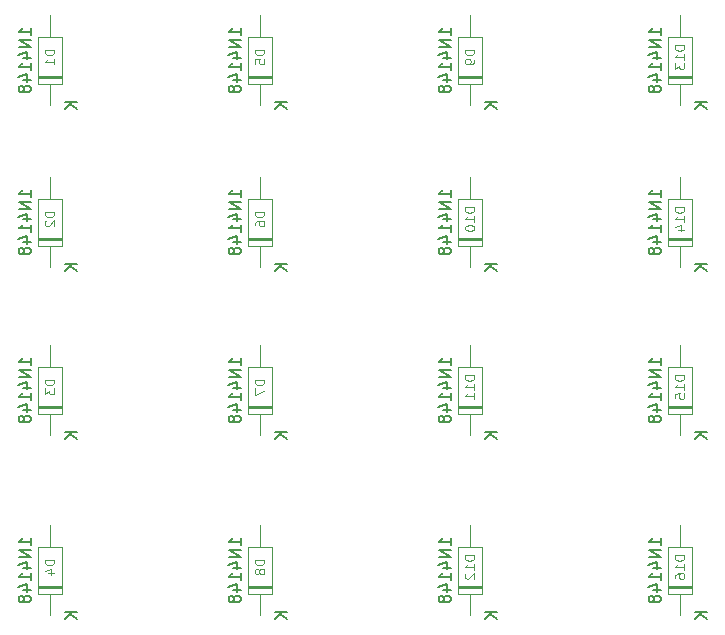
<source format=gbr>
%TF.GenerationSoftware,KiCad,Pcbnew,(6.0.1)*%
%TF.CreationDate,2022-01-27T23:18:00+02:00*%
%TF.ProjectId,Keypadv1,4b657970-6164-4763-912e-6b696361645f,rev?*%
%TF.SameCoordinates,Original*%
%TF.FileFunction,AssemblyDrawing,Bot*%
%FSLAX46Y46*%
G04 Gerber Fmt 4.6, Leading zero omitted, Abs format (unit mm)*
G04 Created by KiCad (PCBNEW (6.0.1)) date 2022-01-27 23:18:00*
%MOMM*%
%LPD*%
G01*
G04 APERTURE LIST*
%ADD10C,0.150000*%
%ADD11C,0.120000*%
%ADD12C,0.100000*%
G04 APERTURE END LIST*
D10*
%TO.C,D6*%
X84692380Y-74057142D02*
X84692380Y-73485714D01*
X84692380Y-73771428D02*
X83692380Y-73771428D01*
X83835238Y-73676190D01*
X83930476Y-73580952D01*
X83978095Y-73485714D01*
X84692380Y-74485714D02*
X83692380Y-74485714D01*
X84692380Y-75057142D01*
X83692380Y-75057142D01*
X84025714Y-75961904D02*
X84692380Y-75961904D01*
X83644761Y-75723809D02*
X84359047Y-75485714D01*
X84359047Y-76104761D01*
X84692380Y-77009523D02*
X84692380Y-76438095D01*
X84692380Y-76723809D02*
X83692380Y-76723809D01*
X83835238Y-76628571D01*
X83930476Y-76533333D01*
X83978095Y-76438095D01*
X84025714Y-77866666D02*
X84692380Y-77866666D01*
X83644761Y-77628571D02*
X84359047Y-77390476D01*
X84359047Y-78009523D01*
X84120952Y-78533333D02*
X84073333Y-78438095D01*
X84025714Y-78390476D01*
X83930476Y-78342857D01*
X83882857Y-78342857D01*
X83787619Y-78390476D01*
X83740000Y-78438095D01*
X83692380Y-78533333D01*
X83692380Y-78723809D01*
X83740000Y-78819047D01*
X83787619Y-78866666D01*
X83882857Y-78914285D01*
X83930476Y-78914285D01*
X84025714Y-78866666D01*
X84073333Y-78819047D01*
X84120952Y-78723809D01*
X84120952Y-78533333D01*
X84168571Y-78438095D01*
X84216190Y-78390476D01*
X84311428Y-78342857D01*
X84501904Y-78342857D01*
X84597142Y-78390476D01*
X84644761Y-78438095D01*
X84692380Y-78533333D01*
X84692380Y-78723809D01*
X84644761Y-78819047D01*
X84597142Y-78866666D01*
X84501904Y-78914285D01*
X84311428Y-78914285D01*
X84216190Y-78866666D01*
X84168571Y-78819047D01*
X84120952Y-78723809D01*
X88612380Y-79748095D02*
X87612380Y-79748095D01*
X88612380Y-80319523D02*
X88040952Y-79890952D01*
X87612380Y-80319523D02*
X88183809Y-79748095D01*
D11*
X86721904Y-75309523D02*
X85921904Y-75309523D01*
X85921904Y-75500000D01*
X85960000Y-75614285D01*
X86036190Y-75690476D01*
X86112380Y-75728571D01*
X86264761Y-75766666D01*
X86379047Y-75766666D01*
X86531428Y-75728571D01*
X86607619Y-75690476D01*
X86683809Y-75614285D01*
X86721904Y-75500000D01*
X86721904Y-75309523D01*
X85921904Y-76452380D02*
X85921904Y-76300000D01*
X85960000Y-76223809D01*
X85998095Y-76185714D01*
X86112380Y-76109523D01*
X86264761Y-76071428D01*
X86569523Y-76071428D01*
X86645714Y-76109523D01*
X86683809Y-76147619D01*
X86721904Y-76223809D01*
X86721904Y-76376190D01*
X86683809Y-76452380D01*
X86645714Y-76490476D01*
X86569523Y-76528571D01*
X86379047Y-76528571D01*
X86302857Y-76490476D01*
X86264761Y-76452380D01*
X86226666Y-76376190D01*
X86226666Y-76223809D01*
X86264761Y-76147619D01*
X86302857Y-76109523D01*
X86379047Y-76071428D01*
D10*
%TO.C,D12*%
X102472380Y-103527142D02*
X102472380Y-102955714D01*
X102472380Y-103241428D02*
X101472380Y-103241428D01*
X101615238Y-103146190D01*
X101710476Y-103050952D01*
X101758095Y-102955714D01*
X102472380Y-103955714D02*
X101472380Y-103955714D01*
X102472380Y-104527142D01*
X101472380Y-104527142D01*
X101805714Y-105431904D02*
X102472380Y-105431904D01*
X101424761Y-105193809D02*
X102139047Y-104955714D01*
X102139047Y-105574761D01*
X102472380Y-106479523D02*
X102472380Y-105908095D01*
X102472380Y-106193809D02*
X101472380Y-106193809D01*
X101615238Y-106098571D01*
X101710476Y-106003333D01*
X101758095Y-105908095D01*
X101805714Y-107336666D02*
X102472380Y-107336666D01*
X101424761Y-107098571D02*
X102139047Y-106860476D01*
X102139047Y-107479523D01*
X101900952Y-108003333D02*
X101853333Y-107908095D01*
X101805714Y-107860476D01*
X101710476Y-107812857D01*
X101662857Y-107812857D01*
X101567619Y-107860476D01*
X101520000Y-107908095D01*
X101472380Y-108003333D01*
X101472380Y-108193809D01*
X101520000Y-108289047D01*
X101567619Y-108336666D01*
X101662857Y-108384285D01*
X101710476Y-108384285D01*
X101805714Y-108336666D01*
X101853333Y-108289047D01*
X101900952Y-108193809D01*
X101900952Y-108003333D01*
X101948571Y-107908095D01*
X101996190Y-107860476D01*
X102091428Y-107812857D01*
X102281904Y-107812857D01*
X102377142Y-107860476D01*
X102424761Y-107908095D01*
X102472380Y-108003333D01*
X102472380Y-108193809D01*
X102424761Y-108289047D01*
X102377142Y-108336666D01*
X102281904Y-108384285D01*
X102091428Y-108384285D01*
X101996190Y-108336666D01*
X101948571Y-108289047D01*
X101900952Y-108193809D01*
X106392380Y-109218095D02*
X105392380Y-109218095D01*
X106392380Y-109789523D02*
X105820952Y-109360952D01*
X105392380Y-109789523D02*
X105963809Y-109218095D01*
D11*
X104501904Y-104398571D02*
X103701904Y-104398571D01*
X103701904Y-104589047D01*
X103740000Y-104703333D01*
X103816190Y-104779523D01*
X103892380Y-104817619D01*
X104044761Y-104855714D01*
X104159047Y-104855714D01*
X104311428Y-104817619D01*
X104387619Y-104779523D01*
X104463809Y-104703333D01*
X104501904Y-104589047D01*
X104501904Y-104398571D01*
X104501904Y-105617619D02*
X104501904Y-105160476D01*
X104501904Y-105389047D02*
X103701904Y-105389047D01*
X103816190Y-105312857D01*
X103892380Y-105236666D01*
X103930476Y-105160476D01*
X103778095Y-105922380D02*
X103740000Y-105960476D01*
X103701904Y-106036666D01*
X103701904Y-106227142D01*
X103740000Y-106303333D01*
X103778095Y-106341428D01*
X103854285Y-106379523D01*
X103930476Y-106379523D01*
X104044761Y-106341428D01*
X104501904Y-105884285D01*
X104501904Y-106379523D01*
D10*
%TO.C,D8*%
X84692380Y-103527142D02*
X84692380Y-102955714D01*
X84692380Y-103241428D02*
X83692380Y-103241428D01*
X83835238Y-103146190D01*
X83930476Y-103050952D01*
X83978095Y-102955714D01*
X84692380Y-103955714D02*
X83692380Y-103955714D01*
X84692380Y-104527142D01*
X83692380Y-104527142D01*
X84025714Y-105431904D02*
X84692380Y-105431904D01*
X83644761Y-105193809D02*
X84359047Y-104955714D01*
X84359047Y-105574761D01*
X84692380Y-106479523D02*
X84692380Y-105908095D01*
X84692380Y-106193809D02*
X83692380Y-106193809D01*
X83835238Y-106098571D01*
X83930476Y-106003333D01*
X83978095Y-105908095D01*
X84025714Y-107336666D02*
X84692380Y-107336666D01*
X83644761Y-107098571D02*
X84359047Y-106860476D01*
X84359047Y-107479523D01*
X84120952Y-108003333D02*
X84073333Y-107908095D01*
X84025714Y-107860476D01*
X83930476Y-107812857D01*
X83882857Y-107812857D01*
X83787619Y-107860476D01*
X83740000Y-107908095D01*
X83692380Y-108003333D01*
X83692380Y-108193809D01*
X83740000Y-108289047D01*
X83787619Y-108336666D01*
X83882857Y-108384285D01*
X83930476Y-108384285D01*
X84025714Y-108336666D01*
X84073333Y-108289047D01*
X84120952Y-108193809D01*
X84120952Y-108003333D01*
X84168571Y-107908095D01*
X84216190Y-107860476D01*
X84311428Y-107812857D01*
X84501904Y-107812857D01*
X84597142Y-107860476D01*
X84644761Y-107908095D01*
X84692380Y-108003333D01*
X84692380Y-108193809D01*
X84644761Y-108289047D01*
X84597142Y-108336666D01*
X84501904Y-108384285D01*
X84311428Y-108384285D01*
X84216190Y-108336666D01*
X84168571Y-108289047D01*
X84120952Y-108193809D01*
D11*
X86721904Y-104779523D02*
X85921904Y-104779523D01*
X85921904Y-104970000D01*
X85960000Y-105084285D01*
X86036190Y-105160476D01*
X86112380Y-105198571D01*
X86264761Y-105236666D01*
X86379047Y-105236666D01*
X86531428Y-105198571D01*
X86607619Y-105160476D01*
X86683809Y-105084285D01*
X86721904Y-104970000D01*
X86721904Y-104779523D01*
X86264761Y-105693809D02*
X86226666Y-105617619D01*
X86188571Y-105579523D01*
X86112380Y-105541428D01*
X86074285Y-105541428D01*
X85998095Y-105579523D01*
X85960000Y-105617619D01*
X85921904Y-105693809D01*
X85921904Y-105846190D01*
X85960000Y-105922380D01*
X85998095Y-105960476D01*
X86074285Y-105998571D01*
X86112380Y-105998571D01*
X86188571Y-105960476D01*
X86226666Y-105922380D01*
X86264761Y-105846190D01*
X86264761Y-105693809D01*
X86302857Y-105617619D01*
X86340952Y-105579523D01*
X86417142Y-105541428D01*
X86569523Y-105541428D01*
X86645714Y-105579523D01*
X86683809Y-105617619D01*
X86721904Y-105693809D01*
X86721904Y-105846190D01*
X86683809Y-105922380D01*
X86645714Y-105960476D01*
X86569523Y-105998571D01*
X86417142Y-105998571D01*
X86340952Y-105960476D01*
X86302857Y-105922380D01*
X86264761Y-105846190D01*
D10*
X88612380Y-109218095D02*
X87612380Y-109218095D01*
X88612380Y-109789523D02*
X88040952Y-109360952D01*
X87612380Y-109789523D02*
X88183809Y-109218095D01*
%TO.C,D1*%
X66912380Y-60347142D02*
X66912380Y-59775714D01*
X66912380Y-60061428D02*
X65912380Y-60061428D01*
X66055238Y-59966190D01*
X66150476Y-59870952D01*
X66198095Y-59775714D01*
X66912380Y-60775714D02*
X65912380Y-60775714D01*
X66912380Y-61347142D01*
X65912380Y-61347142D01*
X66245714Y-62251904D02*
X66912380Y-62251904D01*
X65864761Y-62013809D02*
X66579047Y-61775714D01*
X66579047Y-62394761D01*
X66912380Y-63299523D02*
X66912380Y-62728095D01*
X66912380Y-63013809D02*
X65912380Y-63013809D01*
X66055238Y-62918571D01*
X66150476Y-62823333D01*
X66198095Y-62728095D01*
X66245714Y-64156666D02*
X66912380Y-64156666D01*
X65864761Y-63918571D02*
X66579047Y-63680476D01*
X66579047Y-64299523D01*
X66340952Y-64823333D02*
X66293333Y-64728095D01*
X66245714Y-64680476D01*
X66150476Y-64632857D01*
X66102857Y-64632857D01*
X66007619Y-64680476D01*
X65960000Y-64728095D01*
X65912380Y-64823333D01*
X65912380Y-65013809D01*
X65960000Y-65109047D01*
X66007619Y-65156666D01*
X66102857Y-65204285D01*
X66150476Y-65204285D01*
X66245714Y-65156666D01*
X66293333Y-65109047D01*
X66340952Y-65013809D01*
X66340952Y-64823333D01*
X66388571Y-64728095D01*
X66436190Y-64680476D01*
X66531428Y-64632857D01*
X66721904Y-64632857D01*
X66817142Y-64680476D01*
X66864761Y-64728095D01*
X66912380Y-64823333D01*
X66912380Y-65013809D01*
X66864761Y-65109047D01*
X66817142Y-65156666D01*
X66721904Y-65204285D01*
X66531428Y-65204285D01*
X66436190Y-65156666D01*
X66388571Y-65109047D01*
X66340952Y-65013809D01*
X70832380Y-66038095D02*
X69832380Y-66038095D01*
X70832380Y-66609523D02*
X70260952Y-66180952D01*
X69832380Y-66609523D02*
X70403809Y-66038095D01*
D11*
X68941904Y-61599523D02*
X68141904Y-61599523D01*
X68141904Y-61790000D01*
X68180000Y-61904285D01*
X68256190Y-61980476D01*
X68332380Y-62018571D01*
X68484761Y-62056666D01*
X68599047Y-62056666D01*
X68751428Y-62018571D01*
X68827619Y-61980476D01*
X68903809Y-61904285D01*
X68941904Y-61790000D01*
X68941904Y-61599523D01*
X68941904Y-62818571D02*
X68941904Y-62361428D01*
X68941904Y-62590000D02*
X68141904Y-62590000D01*
X68256190Y-62513809D01*
X68332380Y-62437619D01*
X68370476Y-62361428D01*
D10*
%TO.C,D11*%
X102472380Y-88287142D02*
X102472380Y-87715714D01*
X102472380Y-88001428D02*
X101472380Y-88001428D01*
X101615238Y-87906190D01*
X101710476Y-87810952D01*
X101758095Y-87715714D01*
X102472380Y-88715714D02*
X101472380Y-88715714D01*
X102472380Y-89287142D01*
X101472380Y-89287142D01*
X101805714Y-90191904D02*
X102472380Y-90191904D01*
X101424761Y-89953809D02*
X102139047Y-89715714D01*
X102139047Y-90334761D01*
X102472380Y-91239523D02*
X102472380Y-90668095D01*
X102472380Y-90953809D02*
X101472380Y-90953809D01*
X101615238Y-90858571D01*
X101710476Y-90763333D01*
X101758095Y-90668095D01*
X101805714Y-92096666D02*
X102472380Y-92096666D01*
X101424761Y-91858571D02*
X102139047Y-91620476D01*
X102139047Y-92239523D01*
X101900952Y-92763333D02*
X101853333Y-92668095D01*
X101805714Y-92620476D01*
X101710476Y-92572857D01*
X101662857Y-92572857D01*
X101567619Y-92620476D01*
X101520000Y-92668095D01*
X101472380Y-92763333D01*
X101472380Y-92953809D01*
X101520000Y-93049047D01*
X101567619Y-93096666D01*
X101662857Y-93144285D01*
X101710476Y-93144285D01*
X101805714Y-93096666D01*
X101853333Y-93049047D01*
X101900952Y-92953809D01*
X101900952Y-92763333D01*
X101948571Y-92668095D01*
X101996190Y-92620476D01*
X102091428Y-92572857D01*
X102281904Y-92572857D01*
X102377142Y-92620476D01*
X102424761Y-92668095D01*
X102472380Y-92763333D01*
X102472380Y-92953809D01*
X102424761Y-93049047D01*
X102377142Y-93096666D01*
X102281904Y-93144285D01*
X102091428Y-93144285D01*
X101996190Y-93096666D01*
X101948571Y-93049047D01*
X101900952Y-92953809D01*
D11*
X104501904Y-89158571D02*
X103701904Y-89158571D01*
X103701904Y-89349047D01*
X103740000Y-89463333D01*
X103816190Y-89539523D01*
X103892380Y-89577619D01*
X104044761Y-89615714D01*
X104159047Y-89615714D01*
X104311428Y-89577619D01*
X104387619Y-89539523D01*
X104463809Y-89463333D01*
X104501904Y-89349047D01*
X104501904Y-89158571D01*
X104501904Y-90377619D02*
X104501904Y-89920476D01*
X104501904Y-90149047D02*
X103701904Y-90149047D01*
X103816190Y-90072857D01*
X103892380Y-89996666D01*
X103930476Y-89920476D01*
X104501904Y-91139523D02*
X104501904Y-90682380D01*
X104501904Y-90910952D02*
X103701904Y-90910952D01*
X103816190Y-90834761D01*
X103892380Y-90758571D01*
X103930476Y-90682380D01*
D10*
X106392380Y-93978095D02*
X105392380Y-93978095D01*
X106392380Y-94549523D02*
X105820952Y-94120952D01*
X105392380Y-94549523D02*
X105963809Y-93978095D01*
%TO.C,D5*%
X84692380Y-60347142D02*
X84692380Y-59775714D01*
X84692380Y-60061428D02*
X83692380Y-60061428D01*
X83835238Y-59966190D01*
X83930476Y-59870952D01*
X83978095Y-59775714D01*
X84692380Y-60775714D02*
X83692380Y-60775714D01*
X84692380Y-61347142D01*
X83692380Y-61347142D01*
X84025714Y-62251904D02*
X84692380Y-62251904D01*
X83644761Y-62013809D02*
X84359047Y-61775714D01*
X84359047Y-62394761D01*
X84692380Y-63299523D02*
X84692380Y-62728095D01*
X84692380Y-63013809D02*
X83692380Y-63013809D01*
X83835238Y-62918571D01*
X83930476Y-62823333D01*
X83978095Y-62728095D01*
X84025714Y-64156666D02*
X84692380Y-64156666D01*
X83644761Y-63918571D02*
X84359047Y-63680476D01*
X84359047Y-64299523D01*
X84120952Y-64823333D02*
X84073333Y-64728095D01*
X84025714Y-64680476D01*
X83930476Y-64632857D01*
X83882857Y-64632857D01*
X83787619Y-64680476D01*
X83740000Y-64728095D01*
X83692380Y-64823333D01*
X83692380Y-65013809D01*
X83740000Y-65109047D01*
X83787619Y-65156666D01*
X83882857Y-65204285D01*
X83930476Y-65204285D01*
X84025714Y-65156666D01*
X84073333Y-65109047D01*
X84120952Y-65013809D01*
X84120952Y-64823333D01*
X84168571Y-64728095D01*
X84216190Y-64680476D01*
X84311428Y-64632857D01*
X84501904Y-64632857D01*
X84597142Y-64680476D01*
X84644761Y-64728095D01*
X84692380Y-64823333D01*
X84692380Y-65013809D01*
X84644761Y-65109047D01*
X84597142Y-65156666D01*
X84501904Y-65204285D01*
X84311428Y-65204285D01*
X84216190Y-65156666D01*
X84168571Y-65109047D01*
X84120952Y-65013809D01*
D11*
X86721904Y-61599523D02*
X85921904Y-61599523D01*
X85921904Y-61790000D01*
X85960000Y-61904285D01*
X86036190Y-61980476D01*
X86112380Y-62018571D01*
X86264761Y-62056666D01*
X86379047Y-62056666D01*
X86531428Y-62018571D01*
X86607619Y-61980476D01*
X86683809Y-61904285D01*
X86721904Y-61790000D01*
X86721904Y-61599523D01*
X85921904Y-62780476D02*
X85921904Y-62399523D01*
X86302857Y-62361428D01*
X86264761Y-62399523D01*
X86226666Y-62475714D01*
X86226666Y-62666190D01*
X86264761Y-62742380D01*
X86302857Y-62780476D01*
X86379047Y-62818571D01*
X86569523Y-62818571D01*
X86645714Y-62780476D01*
X86683809Y-62742380D01*
X86721904Y-62666190D01*
X86721904Y-62475714D01*
X86683809Y-62399523D01*
X86645714Y-62361428D01*
D10*
X88612380Y-66038095D02*
X87612380Y-66038095D01*
X88612380Y-66609523D02*
X88040952Y-66180952D01*
X87612380Y-66609523D02*
X88183809Y-66038095D01*
%TO.C,D14*%
X120252380Y-74057142D02*
X120252380Y-73485714D01*
X120252380Y-73771428D02*
X119252380Y-73771428D01*
X119395238Y-73676190D01*
X119490476Y-73580952D01*
X119538095Y-73485714D01*
X120252380Y-74485714D02*
X119252380Y-74485714D01*
X120252380Y-75057142D01*
X119252380Y-75057142D01*
X119585714Y-75961904D02*
X120252380Y-75961904D01*
X119204761Y-75723809D02*
X119919047Y-75485714D01*
X119919047Y-76104761D01*
X120252380Y-77009523D02*
X120252380Y-76438095D01*
X120252380Y-76723809D02*
X119252380Y-76723809D01*
X119395238Y-76628571D01*
X119490476Y-76533333D01*
X119538095Y-76438095D01*
X119585714Y-77866666D02*
X120252380Y-77866666D01*
X119204761Y-77628571D02*
X119919047Y-77390476D01*
X119919047Y-78009523D01*
X119680952Y-78533333D02*
X119633333Y-78438095D01*
X119585714Y-78390476D01*
X119490476Y-78342857D01*
X119442857Y-78342857D01*
X119347619Y-78390476D01*
X119300000Y-78438095D01*
X119252380Y-78533333D01*
X119252380Y-78723809D01*
X119300000Y-78819047D01*
X119347619Y-78866666D01*
X119442857Y-78914285D01*
X119490476Y-78914285D01*
X119585714Y-78866666D01*
X119633333Y-78819047D01*
X119680952Y-78723809D01*
X119680952Y-78533333D01*
X119728571Y-78438095D01*
X119776190Y-78390476D01*
X119871428Y-78342857D01*
X120061904Y-78342857D01*
X120157142Y-78390476D01*
X120204761Y-78438095D01*
X120252380Y-78533333D01*
X120252380Y-78723809D01*
X120204761Y-78819047D01*
X120157142Y-78866666D01*
X120061904Y-78914285D01*
X119871428Y-78914285D01*
X119776190Y-78866666D01*
X119728571Y-78819047D01*
X119680952Y-78723809D01*
X124172380Y-79748095D02*
X123172380Y-79748095D01*
X124172380Y-80319523D02*
X123600952Y-79890952D01*
X123172380Y-80319523D02*
X123743809Y-79748095D01*
D11*
X122281904Y-74928571D02*
X121481904Y-74928571D01*
X121481904Y-75119047D01*
X121520000Y-75233333D01*
X121596190Y-75309523D01*
X121672380Y-75347619D01*
X121824761Y-75385714D01*
X121939047Y-75385714D01*
X122091428Y-75347619D01*
X122167619Y-75309523D01*
X122243809Y-75233333D01*
X122281904Y-75119047D01*
X122281904Y-74928571D01*
X122281904Y-76147619D02*
X122281904Y-75690476D01*
X122281904Y-75919047D02*
X121481904Y-75919047D01*
X121596190Y-75842857D01*
X121672380Y-75766666D01*
X121710476Y-75690476D01*
X121748571Y-76833333D02*
X122281904Y-76833333D01*
X121443809Y-76642857D02*
X122015238Y-76452380D01*
X122015238Y-76947619D01*
D10*
%TO.C,D2*%
X66912380Y-74057142D02*
X66912380Y-73485714D01*
X66912380Y-73771428D02*
X65912380Y-73771428D01*
X66055238Y-73676190D01*
X66150476Y-73580952D01*
X66198095Y-73485714D01*
X66912380Y-74485714D02*
X65912380Y-74485714D01*
X66912380Y-75057142D01*
X65912380Y-75057142D01*
X66245714Y-75961904D02*
X66912380Y-75961904D01*
X65864761Y-75723809D02*
X66579047Y-75485714D01*
X66579047Y-76104761D01*
X66912380Y-77009523D02*
X66912380Y-76438095D01*
X66912380Y-76723809D02*
X65912380Y-76723809D01*
X66055238Y-76628571D01*
X66150476Y-76533333D01*
X66198095Y-76438095D01*
X66245714Y-77866666D02*
X66912380Y-77866666D01*
X65864761Y-77628571D02*
X66579047Y-77390476D01*
X66579047Y-78009523D01*
X66340952Y-78533333D02*
X66293333Y-78438095D01*
X66245714Y-78390476D01*
X66150476Y-78342857D01*
X66102857Y-78342857D01*
X66007619Y-78390476D01*
X65960000Y-78438095D01*
X65912380Y-78533333D01*
X65912380Y-78723809D01*
X65960000Y-78819047D01*
X66007619Y-78866666D01*
X66102857Y-78914285D01*
X66150476Y-78914285D01*
X66245714Y-78866666D01*
X66293333Y-78819047D01*
X66340952Y-78723809D01*
X66340952Y-78533333D01*
X66388571Y-78438095D01*
X66436190Y-78390476D01*
X66531428Y-78342857D01*
X66721904Y-78342857D01*
X66817142Y-78390476D01*
X66864761Y-78438095D01*
X66912380Y-78533333D01*
X66912380Y-78723809D01*
X66864761Y-78819047D01*
X66817142Y-78866666D01*
X66721904Y-78914285D01*
X66531428Y-78914285D01*
X66436190Y-78866666D01*
X66388571Y-78819047D01*
X66340952Y-78723809D01*
X70832380Y-79748095D02*
X69832380Y-79748095D01*
X70832380Y-80319523D02*
X70260952Y-79890952D01*
X69832380Y-80319523D02*
X70403809Y-79748095D01*
D11*
X68941904Y-75309523D02*
X68141904Y-75309523D01*
X68141904Y-75500000D01*
X68180000Y-75614285D01*
X68256190Y-75690476D01*
X68332380Y-75728571D01*
X68484761Y-75766666D01*
X68599047Y-75766666D01*
X68751428Y-75728571D01*
X68827619Y-75690476D01*
X68903809Y-75614285D01*
X68941904Y-75500000D01*
X68941904Y-75309523D01*
X68218095Y-76071428D02*
X68180000Y-76109523D01*
X68141904Y-76185714D01*
X68141904Y-76376190D01*
X68180000Y-76452380D01*
X68218095Y-76490476D01*
X68294285Y-76528571D01*
X68370476Y-76528571D01*
X68484761Y-76490476D01*
X68941904Y-76033333D01*
X68941904Y-76528571D01*
D10*
%TO.C,D9*%
X102472380Y-60347142D02*
X102472380Y-59775714D01*
X102472380Y-60061428D02*
X101472380Y-60061428D01*
X101615238Y-59966190D01*
X101710476Y-59870952D01*
X101758095Y-59775714D01*
X102472380Y-60775714D02*
X101472380Y-60775714D01*
X102472380Y-61347142D01*
X101472380Y-61347142D01*
X101805714Y-62251904D02*
X102472380Y-62251904D01*
X101424761Y-62013809D02*
X102139047Y-61775714D01*
X102139047Y-62394761D01*
X102472380Y-63299523D02*
X102472380Y-62728095D01*
X102472380Y-63013809D02*
X101472380Y-63013809D01*
X101615238Y-62918571D01*
X101710476Y-62823333D01*
X101758095Y-62728095D01*
X101805714Y-64156666D02*
X102472380Y-64156666D01*
X101424761Y-63918571D02*
X102139047Y-63680476D01*
X102139047Y-64299523D01*
X101900952Y-64823333D02*
X101853333Y-64728095D01*
X101805714Y-64680476D01*
X101710476Y-64632857D01*
X101662857Y-64632857D01*
X101567619Y-64680476D01*
X101520000Y-64728095D01*
X101472380Y-64823333D01*
X101472380Y-65013809D01*
X101520000Y-65109047D01*
X101567619Y-65156666D01*
X101662857Y-65204285D01*
X101710476Y-65204285D01*
X101805714Y-65156666D01*
X101853333Y-65109047D01*
X101900952Y-65013809D01*
X101900952Y-64823333D01*
X101948571Y-64728095D01*
X101996190Y-64680476D01*
X102091428Y-64632857D01*
X102281904Y-64632857D01*
X102377142Y-64680476D01*
X102424761Y-64728095D01*
X102472380Y-64823333D01*
X102472380Y-65013809D01*
X102424761Y-65109047D01*
X102377142Y-65156666D01*
X102281904Y-65204285D01*
X102091428Y-65204285D01*
X101996190Y-65156666D01*
X101948571Y-65109047D01*
X101900952Y-65013809D01*
X106392380Y-66038095D02*
X105392380Y-66038095D01*
X106392380Y-66609523D02*
X105820952Y-66180952D01*
X105392380Y-66609523D02*
X105963809Y-66038095D01*
D11*
X104501904Y-61599523D02*
X103701904Y-61599523D01*
X103701904Y-61790000D01*
X103740000Y-61904285D01*
X103816190Y-61980476D01*
X103892380Y-62018571D01*
X104044761Y-62056666D01*
X104159047Y-62056666D01*
X104311428Y-62018571D01*
X104387619Y-61980476D01*
X104463809Y-61904285D01*
X104501904Y-61790000D01*
X104501904Y-61599523D01*
X104501904Y-62437619D02*
X104501904Y-62590000D01*
X104463809Y-62666190D01*
X104425714Y-62704285D01*
X104311428Y-62780476D01*
X104159047Y-62818571D01*
X103854285Y-62818571D01*
X103778095Y-62780476D01*
X103740000Y-62742380D01*
X103701904Y-62666190D01*
X103701904Y-62513809D01*
X103740000Y-62437619D01*
X103778095Y-62399523D01*
X103854285Y-62361428D01*
X104044761Y-62361428D01*
X104120952Y-62399523D01*
X104159047Y-62437619D01*
X104197142Y-62513809D01*
X104197142Y-62666190D01*
X104159047Y-62742380D01*
X104120952Y-62780476D01*
X104044761Y-62818571D01*
D10*
%TO.C,D15*%
X120252380Y-88287142D02*
X120252380Y-87715714D01*
X120252380Y-88001428D02*
X119252380Y-88001428D01*
X119395238Y-87906190D01*
X119490476Y-87810952D01*
X119538095Y-87715714D01*
X120252380Y-88715714D02*
X119252380Y-88715714D01*
X120252380Y-89287142D01*
X119252380Y-89287142D01*
X119585714Y-90191904D02*
X120252380Y-90191904D01*
X119204761Y-89953809D02*
X119919047Y-89715714D01*
X119919047Y-90334761D01*
X120252380Y-91239523D02*
X120252380Y-90668095D01*
X120252380Y-90953809D02*
X119252380Y-90953809D01*
X119395238Y-90858571D01*
X119490476Y-90763333D01*
X119538095Y-90668095D01*
X119585714Y-92096666D02*
X120252380Y-92096666D01*
X119204761Y-91858571D02*
X119919047Y-91620476D01*
X119919047Y-92239523D01*
X119680952Y-92763333D02*
X119633333Y-92668095D01*
X119585714Y-92620476D01*
X119490476Y-92572857D01*
X119442857Y-92572857D01*
X119347619Y-92620476D01*
X119300000Y-92668095D01*
X119252380Y-92763333D01*
X119252380Y-92953809D01*
X119300000Y-93049047D01*
X119347619Y-93096666D01*
X119442857Y-93144285D01*
X119490476Y-93144285D01*
X119585714Y-93096666D01*
X119633333Y-93049047D01*
X119680952Y-92953809D01*
X119680952Y-92763333D01*
X119728571Y-92668095D01*
X119776190Y-92620476D01*
X119871428Y-92572857D01*
X120061904Y-92572857D01*
X120157142Y-92620476D01*
X120204761Y-92668095D01*
X120252380Y-92763333D01*
X120252380Y-92953809D01*
X120204761Y-93049047D01*
X120157142Y-93096666D01*
X120061904Y-93144285D01*
X119871428Y-93144285D01*
X119776190Y-93096666D01*
X119728571Y-93049047D01*
X119680952Y-92953809D01*
D11*
X122281904Y-89158571D02*
X121481904Y-89158571D01*
X121481904Y-89349047D01*
X121520000Y-89463333D01*
X121596190Y-89539523D01*
X121672380Y-89577619D01*
X121824761Y-89615714D01*
X121939047Y-89615714D01*
X122091428Y-89577619D01*
X122167619Y-89539523D01*
X122243809Y-89463333D01*
X122281904Y-89349047D01*
X122281904Y-89158571D01*
X122281904Y-90377619D02*
X122281904Y-89920476D01*
X122281904Y-90149047D02*
X121481904Y-90149047D01*
X121596190Y-90072857D01*
X121672380Y-89996666D01*
X121710476Y-89920476D01*
X121481904Y-91101428D02*
X121481904Y-90720476D01*
X121862857Y-90682380D01*
X121824761Y-90720476D01*
X121786666Y-90796666D01*
X121786666Y-90987142D01*
X121824761Y-91063333D01*
X121862857Y-91101428D01*
X121939047Y-91139523D01*
X122129523Y-91139523D01*
X122205714Y-91101428D01*
X122243809Y-91063333D01*
X122281904Y-90987142D01*
X122281904Y-90796666D01*
X122243809Y-90720476D01*
X122205714Y-90682380D01*
D10*
X124172380Y-93978095D02*
X123172380Y-93978095D01*
X124172380Y-94549523D02*
X123600952Y-94120952D01*
X123172380Y-94549523D02*
X123743809Y-93978095D01*
%TO.C,D4*%
X66912380Y-103527142D02*
X66912380Y-102955714D01*
X66912380Y-103241428D02*
X65912380Y-103241428D01*
X66055238Y-103146190D01*
X66150476Y-103050952D01*
X66198095Y-102955714D01*
X66912380Y-103955714D02*
X65912380Y-103955714D01*
X66912380Y-104527142D01*
X65912380Y-104527142D01*
X66245714Y-105431904D02*
X66912380Y-105431904D01*
X65864761Y-105193809D02*
X66579047Y-104955714D01*
X66579047Y-105574761D01*
X66912380Y-106479523D02*
X66912380Y-105908095D01*
X66912380Y-106193809D02*
X65912380Y-106193809D01*
X66055238Y-106098571D01*
X66150476Y-106003333D01*
X66198095Y-105908095D01*
X66245714Y-107336666D02*
X66912380Y-107336666D01*
X65864761Y-107098571D02*
X66579047Y-106860476D01*
X66579047Y-107479523D01*
X66340952Y-108003333D02*
X66293333Y-107908095D01*
X66245714Y-107860476D01*
X66150476Y-107812857D01*
X66102857Y-107812857D01*
X66007619Y-107860476D01*
X65960000Y-107908095D01*
X65912380Y-108003333D01*
X65912380Y-108193809D01*
X65960000Y-108289047D01*
X66007619Y-108336666D01*
X66102857Y-108384285D01*
X66150476Y-108384285D01*
X66245714Y-108336666D01*
X66293333Y-108289047D01*
X66340952Y-108193809D01*
X66340952Y-108003333D01*
X66388571Y-107908095D01*
X66436190Y-107860476D01*
X66531428Y-107812857D01*
X66721904Y-107812857D01*
X66817142Y-107860476D01*
X66864761Y-107908095D01*
X66912380Y-108003333D01*
X66912380Y-108193809D01*
X66864761Y-108289047D01*
X66817142Y-108336666D01*
X66721904Y-108384285D01*
X66531428Y-108384285D01*
X66436190Y-108336666D01*
X66388571Y-108289047D01*
X66340952Y-108193809D01*
X70832380Y-109218095D02*
X69832380Y-109218095D01*
X70832380Y-109789523D02*
X70260952Y-109360952D01*
X69832380Y-109789523D02*
X70403809Y-109218095D01*
D11*
X68941904Y-104779523D02*
X68141904Y-104779523D01*
X68141904Y-104970000D01*
X68180000Y-105084285D01*
X68256190Y-105160476D01*
X68332380Y-105198571D01*
X68484761Y-105236666D01*
X68599047Y-105236666D01*
X68751428Y-105198571D01*
X68827619Y-105160476D01*
X68903809Y-105084285D01*
X68941904Y-104970000D01*
X68941904Y-104779523D01*
X68408571Y-105922380D02*
X68941904Y-105922380D01*
X68103809Y-105731904D02*
X68675238Y-105541428D01*
X68675238Y-106036666D01*
D10*
%TO.C,D10*%
X102472380Y-74057142D02*
X102472380Y-73485714D01*
X102472380Y-73771428D02*
X101472380Y-73771428D01*
X101615238Y-73676190D01*
X101710476Y-73580952D01*
X101758095Y-73485714D01*
X102472380Y-74485714D02*
X101472380Y-74485714D01*
X102472380Y-75057142D01*
X101472380Y-75057142D01*
X101805714Y-75961904D02*
X102472380Y-75961904D01*
X101424761Y-75723809D02*
X102139047Y-75485714D01*
X102139047Y-76104761D01*
X102472380Y-77009523D02*
X102472380Y-76438095D01*
X102472380Y-76723809D02*
X101472380Y-76723809D01*
X101615238Y-76628571D01*
X101710476Y-76533333D01*
X101758095Y-76438095D01*
X101805714Y-77866666D02*
X102472380Y-77866666D01*
X101424761Y-77628571D02*
X102139047Y-77390476D01*
X102139047Y-78009523D01*
X101900952Y-78533333D02*
X101853333Y-78438095D01*
X101805714Y-78390476D01*
X101710476Y-78342857D01*
X101662857Y-78342857D01*
X101567619Y-78390476D01*
X101520000Y-78438095D01*
X101472380Y-78533333D01*
X101472380Y-78723809D01*
X101520000Y-78819047D01*
X101567619Y-78866666D01*
X101662857Y-78914285D01*
X101710476Y-78914285D01*
X101805714Y-78866666D01*
X101853333Y-78819047D01*
X101900952Y-78723809D01*
X101900952Y-78533333D01*
X101948571Y-78438095D01*
X101996190Y-78390476D01*
X102091428Y-78342857D01*
X102281904Y-78342857D01*
X102377142Y-78390476D01*
X102424761Y-78438095D01*
X102472380Y-78533333D01*
X102472380Y-78723809D01*
X102424761Y-78819047D01*
X102377142Y-78866666D01*
X102281904Y-78914285D01*
X102091428Y-78914285D01*
X101996190Y-78866666D01*
X101948571Y-78819047D01*
X101900952Y-78723809D01*
D11*
X104501904Y-74928571D02*
X103701904Y-74928571D01*
X103701904Y-75119047D01*
X103740000Y-75233333D01*
X103816190Y-75309523D01*
X103892380Y-75347619D01*
X104044761Y-75385714D01*
X104159047Y-75385714D01*
X104311428Y-75347619D01*
X104387619Y-75309523D01*
X104463809Y-75233333D01*
X104501904Y-75119047D01*
X104501904Y-74928571D01*
X104501904Y-76147619D02*
X104501904Y-75690476D01*
X104501904Y-75919047D02*
X103701904Y-75919047D01*
X103816190Y-75842857D01*
X103892380Y-75766666D01*
X103930476Y-75690476D01*
X103701904Y-76642857D02*
X103701904Y-76719047D01*
X103740000Y-76795238D01*
X103778095Y-76833333D01*
X103854285Y-76871428D01*
X104006666Y-76909523D01*
X104197142Y-76909523D01*
X104349523Y-76871428D01*
X104425714Y-76833333D01*
X104463809Y-76795238D01*
X104501904Y-76719047D01*
X104501904Y-76642857D01*
X104463809Y-76566666D01*
X104425714Y-76528571D01*
X104349523Y-76490476D01*
X104197142Y-76452380D01*
X104006666Y-76452380D01*
X103854285Y-76490476D01*
X103778095Y-76528571D01*
X103740000Y-76566666D01*
X103701904Y-76642857D01*
D10*
X106392380Y-79748095D02*
X105392380Y-79748095D01*
X106392380Y-80319523D02*
X105820952Y-79890952D01*
X105392380Y-80319523D02*
X105963809Y-79748095D01*
%TO.C,D16*%
X120252380Y-103527142D02*
X120252380Y-102955714D01*
X120252380Y-103241428D02*
X119252380Y-103241428D01*
X119395238Y-103146190D01*
X119490476Y-103050952D01*
X119538095Y-102955714D01*
X120252380Y-103955714D02*
X119252380Y-103955714D01*
X120252380Y-104527142D01*
X119252380Y-104527142D01*
X119585714Y-105431904D02*
X120252380Y-105431904D01*
X119204761Y-105193809D02*
X119919047Y-104955714D01*
X119919047Y-105574761D01*
X120252380Y-106479523D02*
X120252380Y-105908095D01*
X120252380Y-106193809D02*
X119252380Y-106193809D01*
X119395238Y-106098571D01*
X119490476Y-106003333D01*
X119538095Y-105908095D01*
X119585714Y-107336666D02*
X120252380Y-107336666D01*
X119204761Y-107098571D02*
X119919047Y-106860476D01*
X119919047Y-107479523D01*
X119680952Y-108003333D02*
X119633333Y-107908095D01*
X119585714Y-107860476D01*
X119490476Y-107812857D01*
X119442857Y-107812857D01*
X119347619Y-107860476D01*
X119300000Y-107908095D01*
X119252380Y-108003333D01*
X119252380Y-108193809D01*
X119300000Y-108289047D01*
X119347619Y-108336666D01*
X119442857Y-108384285D01*
X119490476Y-108384285D01*
X119585714Y-108336666D01*
X119633333Y-108289047D01*
X119680952Y-108193809D01*
X119680952Y-108003333D01*
X119728571Y-107908095D01*
X119776190Y-107860476D01*
X119871428Y-107812857D01*
X120061904Y-107812857D01*
X120157142Y-107860476D01*
X120204761Y-107908095D01*
X120252380Y-108003333D01*
X120252380Y-108193809D01*
X120204761Y-108289047D01*
X120157142Y-108336666D01*
X120061904Y-108384285D01*
X119871428Y-108384285D01*
X119776190Y-108336666D01*
X119728571Y-108289047D01*
X119680952Y-108193809D01*
D11*
X122281904Y-104398571D02*
X121481904Y-104398571D01*
X121481904Y-104589047D01*
X121520000Y-104703333D01*
X121596190Y-104779523D01*
X121672380Y-104817619D01*
X121824761Y-104855714D01*
X121939047Y-104855714D01*
X122091428Y-104817619D01*
X122167619Y-104779523D01*
X122243809Y-104703333D01*
X122281904Y-104589047D01*
X122281904Y-104398571D01*
X122281904Y-105617619D02*
X122281904Y-105160476D01*
X122281904Y-105389047D02*
X121481904Y-105389047D01*
X121596190Y-105312857D01*
X121672380Y-105236666D01*
X121710476Y-105160476D01*
X121481904Y-106303333D02*
X121481904Y-106150952D01*
X121520000Y-106074761D01*
X121558095Y-106036666D01*
X121672380Y-105960476D01*
X121824761Y-105922380D01*
X122129523Y-105922380D01*
X122205714Y-105960476D01*
X122243809Y-105998571D01*
X122281904Y-106074761D01*
X122281904Y-106227142D01*
X122243809Y-106303333D01*
X122205714Y-106341428D01*
X122129523Y-106379523D01*
X121939047Y-106379523D01*
X121862857Y-106341428D01*
X121824761Y-106303333D01*
X121786666Y-106227142D01*
X121786666Y-106074761D01*
X121824761Y-105998571D01*
X121862857Y-105960476D01*
X121939047Y-105922380D01*
D10*
X124172380Y-109218095D02*
X123172380Y-109218095D01*
X124172380Y-109789523D02*
X123600952Y-109360952D01*
X123172380Y-109789523D02*
X123743809Y-109218095D01*
%TO.C,D13*%
X120252380Y-60347142D02*
X120252380Y-59775714D01*
X120252380Y-60061428D02*
X119252380Y-60061428D01*
X119395238Y-59966190D01*
X119490476Y-59870952D01*
X119538095Y-59775714D01*
X120252380Y-60775714D02*
X119252380Y-60775714D01*
X120252380Y-61347142D01*
X119252380Y-61347142D01*
X119585714Y-62251904D02*
X120252380Y-62251904D01*
X119204761Y-62013809D02*
X119919047Y-61775714D01*
X119919047Y-62394761D01*
X120252380Y-63299523D02*
X120252380Y-62728095D01*
X120252380Y-63013809D02*
X119252380Y-63013809D01*
X119395238Y-62918571D01*
X119490476Y-62823333D01*
X119538095Y-62728095D01*
X119585714Y-64156666D02*
X120252380Y-64156666D01*
X119204761Y-63918571D02*
X119919047Y-63680476D01*
X119919047Y-64299523D01*
X119680952Y-64823333D02*
X119633333Y-64728095D01*
X119585714Y-64680476D01*
X119490476Y-64632857D01*
X119442857Y-64632857D01*
X119347619Y-64680476D01*
X119300000Y-64728095D01*
X119252380Y-64823333D01*
X119252380Y-65013809D01*
X119300000Y-65109047D01*
X119347619Y-65156666D01*
X119442857Y-65204285D01*
X119490476Y-65204285D01*
X119585714Y-65156666D01*
X119633333Y-65109047D01*
X119680952Y-65013809D01*
X119680952Y-64823333D01*
X119728571Y-64728095D01*
X119776190Y-64680476D01*
X119871428Y-64632857D01*
X120061904Y-64632857D01*
X120157142Y-64680476D01*
X120204761Y-64728095D01*
X120252380Y-64823333D01*
X120252380Y-65013809D01*
X120204761Y-65109047D01*
X120157142Y-65156666D01*
X120061904Y-65204285D01*
X119871428Y-65204285D01*
X119776190Y-65156666D01*
X119728571Y-65109047D01*
X119680952Y-65013809D01*
D11*
X122281904Y-61218571D02*
X121481904Y-61218571D01*
X121481904Y-61409047D01*
X121520000Y-61523333D01*
X121596190Y-61599523D01*
X121672380Y-61637619D01*
X121824761Y-61675714D01*
X121939047Y-61675714D01*
X122091428Y-61637619D01*
X122167619Y-61599523D01*
X122243809Y-61523333D01*
X122281904Y-61409047D01*
X122281904Y-61218571D01*
X122281904Y-62437619D02*
X122281904Y-61980476D01*
X122281904Y-62209047D02*
X121481904Y-62209047D01*
X121596190Y-62132857D01*
X121672380Y-62056666D01*
X121710476Y-61980476D01*
X121481904Y-62704285D02*
X121481904Y-63199523D01*
X121786666Y-62932857D01*
X121786666Y-63047142D01*
X121824761Y-63123333D01*
X121862857Y-63161428D01*
X121939047Y-63199523D01*
X122129523Y-63199523D01*
X122205714Y-63161428D01*
X122243809Y-63123333D01*
X122281904Y-63047142D01*
X122281904Y-62818571D01*
X122243809Y-62742380D01*
X122205714Y-62704285D01*
D10*
X124172380Y-66038095D02*
X123172380Y-66038095D01*
X124172380Y-66609523D02*
X123600952Y-66180952D01*
X123172380Y-66609523D02*
X123743809Y-66038095D01*
%TO.C,D3*%
X66912380Y-88287142D02*
X66912380Y-87715714D01*
X66912380Y-88001428D02*
X65912380Y-88001428D01*
X66055238Y-87906190D01*
X66150476Y-87810952D01*
X66198095Y-87715714D01*
X66912380Y-88715714D02*
X65912380Y-88715714D01*
X66912380Y-89287142D01*
X65912380Y-89287142D01*
X66245714Y-90191904D02*
X66912380Y-90191904D01*
X65864761Y-89953809D02*
X66579047Y-89715714D01*
X66579047Y-90334761D01*
X66912380Y-91239523D02*
X66912380Y-90668095D01*
X66912380Y-90953809D02*
X65912380Y-90953809D01*
X66055238Y-90858571D01*
X66150476Y-90763333D01*
X66198095Y-90668095D01*
X66245714Y-92096666D02*
X66912380Y-92096666D01*
X65864761Y-91858571D02*
X66579047Y-91620476D01*
X66579047Y-92239523D01*
X66340952Y-92763333D02*
X66293333Y-92668095D01*
X66245714Y-92620476D01*
X66150476Y-92572857D01*
X66102857Y-92572857D01*
X66007619Y-92620476D01*
X65960000Y-92668095D01*
X65912380Y-92763333D01*
X65912380Y-92953809D01*
X65960000Y-93049047D01*
X66007619Y-93096666D01*
X66102857Y-93144285D01*
X66150476Y-93144285D01*
X66245714Y-93096666D01*
X66293333Y-93049047D01*
X66340952Y-92953809D01*
X66340952Y-92763333D01*
X66388571Y-92668095D01*
X66436190Y-92620476D01*
X66531428Y-92572857D01*
X66721904Y-92572857D01*
X66817142Y-92620476D01*
X66864761Y-92668095D01*
X66912380Y-92763333D01*
X66912380Y-92953809D01*
X66864761Y-93049047D01*
X66817142Y-93096666D01*
X66721904Y-93144285D01*
X66531428Y-93144285D01*
X66436190Y-93096666D01*
X66388571Y-93049047D01*
X66340952Y-92953809D01*
X70832380Y-93978095D02*
X69832380Y-93978095D01*
X70832380Y-94549523D02*
X70260952Y-94120952D01*
X69832380Y-94549523D02*
X70403809Y-93978095D01*
D11*
X68941904Y-89539523D02*
X68141904Y-89539523D01*
X68141904Y-89730000D01*
X68180000Y-89844285D01*
X68256190Y-89920476D01*
X68332380Y-89958571D01*
X68484761Y-89996666D01*
X68599047Y-89996666D01*
X68751428Y-89958571D01*
X68827619Y-89920476D01*
X68903809Y-89844285D01*
X68941904Y-89730000D01*
X68941904Y-89539523D01*
X68141904Y-90263333D02*
X68141904Y-90758571D01*
X68446666Y-90491904D01*
X68446666Y-90606190D01*
X68484761Y-90682380D01*
X68522857Y-90720476D01*
X68599047Y-90758571D01*
X68789523Y-90758571D01*
X68865714Y-90720476D01*
X68903809Y-90682380D01*
X68941904Y-90606190D01*
X68941904Y-90377619D01*
X68903809Y-90301428D01*
X68865714Y-90263333D01*
D10*
%TO.C,D7*%
X84692380Y-88287142D02*
X84692380Y-87715714D01*
X84692380Y-88001428D02*
X83692380Y-88001428D01*
X83835238Y-87906190D01*
X83930476Y-87810952D01*
X83978095Y-87715714D01*
X84692380Y-88715714D02*
X83692380Y-88715714D01*
X84692380Y-89287142D01*
X83692380Y-89287142D01*
X84025714Y-90191904D02*
X84692380Y-90191904D01*
X83644761Y-89953809D02*
X84359047Y-89715714D01*
X84359047Y-90334761D01*
X84692380Y-91239523D02*
X84692380Y-90668095D01*
X84692380Y-90953809D02*
X83692380Y-90953809D01*
X83835238Y-90858571D01*
X83930476Y-90763333D01*
X83978095Y-90668095D01*
X84025714Y-92096666D02*
X84692380Y-92096666D01*
X83644761Y-91858571D02*
X84359047Y-91620476D01*
X84359047Y-92239523D01*
X84120952Y-92763333D02*
X84073333Y-92668095D01*
X84025714Y-92620476D01*
X83930476Y-92572857D01*
X83882857Y-92572857D01*
X83787619Y-92620476D01*
X83740000Y-92668095D01*
X83692380Y-92763333D01*
X83692380Y-92953809D01*
X83740000Y-93049047D01*
X83787619Y-93096666D01*
X83882857Y-93144285D01*
X83930476Y-93144285D01*
X84025714Y-93096666D01*
X84073333Y-93049047D01*
X84120952Y-92953809D01*
X84120952Y-92763333D01*
X84168571Y-92668095D01*
X84216190Y-92620476D01*
X84311428Y-92572857D01*
X84501904Y-92572857D01*
X84597142Y-92620476D01*
X84644761Y-92668095D01*
X84692380Y-92763333D01*
X84692380Y-92953809D01*
X84644761Y-93049047D01*
X84597142Y-93096666D01*
X84501904Y-93144285D01*
X84311428Y-93144285D01*
X84216190Y-93096666D01*
X84168571Y-93049047D01*
X84120952Y-92953809D01*
X88612380Y-93978095D02*
X87612380Y-93978095D01*
X88612380Y-94549523D02*
X88040952Y-94120952D01*
X87612380Y-94549523D02*
X88183809Y-93978095D01*
D11*
X86721904Y-89539523D02*
X85921904Y-89539523D01*
X85921904Y-89730000D01*
X85960000Y-89844285D01*
X86036190Y-89920476D01*
X86112380Y-89958571D01*
X86264761Y-89996666D01*
X86379047Y-89996666D01*
X86531428Y-89958571D01*
X86607619Y-89920476D01*
X86683809Y-89844285D01*
X86721904Y-89730000D01*
X86721904Y-89539523D01*
X85921904Y-90263333D02*
X85921904Y-90796666D01*
X86721904Y-90453809D01*
D12*
%TO.C,D6*%
X87360000Y-78200000D02*
X85360000Y-78200000D01*
X87360000Y-77500000D02*
X85360000Y-77500000D01*
X85360000Y-78200000D02*
X85360000Y-74200000D01*
X87360000Y-77700000D02*
X85360000Y-77700000D01*
X86360000Y-80010000D02*
X86360000Y-78200000D01*
X87360000Y-77600000D02*
X85360000Y-77600000D01*
X86360000Y-72390000D02*
X86360000Y-74200000D01*
X87360000Y-74200000D02*
X87360000Y-78200000D01*
X85360000Y-74200000D02*
X87360000Y-74200000D01*
%TO.C,D12*%
X105140000Y-106970000D02*
X103140000Y-106970000D01*
X103140000Y-103670000D02*
X105140000Y-103670000D01*
X103140000Y-107670000D02*
X103140000Y-103670000D01*
X105140000Y-107170000D02*
X103140000Y-107170000D01*
X104140000Y-109480000D02*
X104140000Y-107670000D01*
X105140000Y-103670000D02*
X105140000Y-107670000D01*
X105140000Y-107670000D02*
X103140000Y-107670000D01*
X105140000Y-107070000D02*
X103140000Y-107070000D01*
X104140000Y-101860000D02*
X104140000Y-103670000D01*
%TO.C,D8*%
X87360000Y-107670000D02*
X85360000Y-107670000D01*
X87360000Y-107170000D02*
X85360000Y-107170000D01*
X85360000Y-107670000D02*
X85360000Y-103670000D01*
X87360000Y-103670000D02*
X87360000Y-107670000D01*
X87360000Y-106970000D02*
X85360000Y-106970000D01*
X86360000Y-101860000D02*
X86360000Y-103670000D01*
X86360000Y-109480000D02*
X86360000Y-107670000D01*
X87360000Y-107070000D02*
X85360000Y-107070000D01*
X85360000Y-103670000D02*
X87360000Y-103670000D01*
%TO.C,D1*%
X68580000Y-66300000D02*
X68580000Y-64490000D01*
X69580000Y-64490000D02*
X67580000Y-64490000D01*
X69580000Y-63890000D02*
X67580000Y-63890000D01*
X68580000Y-58680000D02*
X68580000Y-60490000D01*
X67580000Y-64490000D02*
X67580000Y-60490000D01*
X69580000Y-60490000D02*
X69580000Y-64490000D01*
X69580000Y-63790000D02*
X67580000Y-63790000D01*
X69580000Y-63990000D02*
X67580000Y-63990000D01*
X67580000Y-60490000D02*
X69580000Y-60490000D01*
%TO.C,D11*%
X105140000Y-91830000D02*
X103140000Y-91830000D01*
X105140000Y-91930000D02*
X103140000Y-91930000D01*
X104140000Y-86620000D02*
X104140000Y-88430000D01*
X103140000Y-92430000D02*
X103140000Y-88430000D01*
X105140000Y-88430000D02*
X105140000Y-92430000D01*
X105140000Y-92430000D02*
X103140000Y-92430000D01*
X105140000Y-91730000D02*
X103140000Y-91730000D01*
X104140000Y-94240000D02*
X104140000Y-92430000D01*
X103140000Y-88430000D02*
X105140000Y-88430000D01*
%TO.C,D5*%
X86360000Y-58680000D02*
X86360000Y-60490000D01*
X87360000Y-63790000D02*
X85360000Y-63790000D01*
X87360000Y-63990000D02*
X85360000Y-63990000D01*
X86360000Y-66300000D02*
X86360000Y-64490000D01*
X85360000Y-60490000D02*
X87360000Y-60490000D01*
X87360000Y-64490000D02*
X85360000Y-64490000D01*
X85360000Y-64490000D02*
X85360000Y-60490000D01*
X87360000Y-63890000D02*
X85360000Y-63890000D01*
X87360000Y-60490000D02*
X87360000Y-64490000D01*
%TO.C,D14*%
X122920000Y-78200000D02*
X120920000Y-78200000D01*
X122920000Y-77500000D02*
X120920000Y-77500000D01*
X122920000Y-77700000D02*
X120920000Y-77700000D01*
X120920000Y-78200000D02*
X120920000Y-74200000D01*
X122920000Y-77600000D02*
X120920000Y-77600000D01*
X121920000Y-72390000D02*
X121920000Y-74200000D01*
X122920000Y-74200000D02*
X122920000Y-78200000D01*
X121920000Y-80010000D02*
X121920000Y-78200000D01*
X120920000Y-74200000D02*
X122920000Y-74200000D01*
%TO.C,D2*%
X67580000Y-78200000D02*
X67580000Y-74200000D01*
X68580000Y-72390000D02*
X68580000Y-74200000D01*
X69580000Y-77700000D02*
X67580000Y-77700000D01*
X69580000Y-77600000D02*
X67580000Y-77600000D01*
X69580000Y-78200000D02*
X67580000Y-78200000D01*
X68580000Y-80010000D02*
X68580000Y-78200000D01*
X67580000Y-74200000D02*
X69580000Y-74200000D01*
X69580000Y-77500000D02*
X67580000Y-77500000D01*
X69580000Y-74200000D02*
X69580000Y-78200000D01*
%TO.C,D9*%
X105140000Y-63790000D02*
X103140000Y-63790000D01*
X103140000Y-60490000D02*
X105140000Y-60490000D01*
X103140000Y-64490000D02*
X103140000Y-60490000D01*
X105140000Y-63990000D02*
X103140000Y-63990000D01*
X105140000Y-64490000D02*
X103140000Y-64490000D01*
X104140000Y-58680000D02*
X104140000Y-60490000D01*
X105140000Y-60490000D02*
X105140000Y-64490000D01*
X104140000Y-66300000D02*
X104140000Y-64490000D01*
X105140000Y-63890000D02*
X103140000Y-63890000D01*
%TO.C,D15*%
X122920000Y-92430000D02*
X120920000Y-92430000D01*
X121920000Y-94240000D02*
X121920000Y-92430000D01*
X122920000Y-91730000D02*
X120920000Y-91730000D01*
X121920000Y-86620000D02*
X121920000Y-88430000D01*
X122920000Y-88430000D02*
X122920000Y-92430000D01*
X120920000Y-88430000D02*
X122920000Y-88430000D01*
X122920000Y-91930000D02*
X120920000Y-91930000D01*
X120920000Y-92430000D02*
X120920000Y-88430000D01*
X122920000Y-91830000D02*
X120920000Y-91830000D01*
%TO.C,D4*%
X69580000Y-103670000D02*
X69580000Y-107670000D01*
X67580000Y-103670000D02*
X69580000Y-103670000D01*
X69580000Y-106970000D02*
X67580000Y-106970000D01*
X68580000Y-101860000D02*
X68580000Y-103670000D01*
X68580000Y-109480000D02*
X68580000Y-107670000D01*
X69580000Y-107670000D02*
X67580000Y-107670000D01*
X67580000Y-107670000D02*
X67580000Y-103670000D01*
X69580000Y-107170000D02*
X67580000Y-107170000D01*
X69580000Y-107070000D02*
X67580000Y-107070000D01*
%TO.C,D10*%
X103140000Y-74200000D02*
X105140000Y-74200000D01*
X105140000Y-77500000D02*
X103140000Y-77500000D01*
X104140000Y-80010000D02*
X104140000Y-78200000D01*
X105140000Y-77700000D02*
X103140000Y-77700000D01*
X105140000Y-78200000D02*
X103140000Y-78200000D01*
X103140000Y-78200000D02*
X103140000Y-74200000D01*
X105140000Y-74200000D02*
X105140000Y-78200000D01*
X104140000Y-72390000D02*
X104140000Y-74200000D01*
X105140000Y-77600000D02*
X103140000Y-77600000D01*
%TO.C,D16*%
X122920000Y-107670000D02*
X120920000Y-107670000D01*
X122920000Y-107070000D02*
X120920000Y-107070000D01*
X121920000Y-101860000D02*
X121920000Y-103670000D01*
X121920000Y-109480000D02*
X121920000Y-107670000D01*
X122920000Y-106970000D02*
X120920000Y-106970000D01*
X122920000Y-103670000D02*
X122920000Y-107670000D01*
X122920000Y-107170000D02*
X120920000Y-107170000D01*
X120920000Y-103670000D02*
X122920000Y-103670000D01*
X120920000Y-107670000D02*
X120920000Y-103670000D01*
%TO.C,D13*%
X120920000Y-64490000D02*
X120920000Y-60490000D01*
X120920000Y-60490000D02*
X122920000Y-60490000D01*
X121920000Y-58680000D02*
X121920000Y-60490000D01*
X122920000Y-60490000D02*
X122920000Y-64490000D01*
X121920000Y-66300000D02*
X121920000Y-64490000D01*
X122920000Y-63990000D02*
X120920000Y-63990000D01*
X122920000Y-63890000D02*
X120920000Y-63890000D01*
X122920000Y-64490000D02*
X120920000Y-64490000D01*
X122920000Y-63790000D02*
X120920000Y-63790000D01*
%TO.C,D3*%
X67580000Y-88430000D02*
X69580000Y-88430000D01*
X69580000Y-91830000D02*
X67580000Y-91830000D01*
X69580000Y-92430000D02*
X67580000Y-92430000D01*
X68580000Y-86620000D02*
X68580000Y-88430000D01*
X69580000Y-88430000D02*
X69580000Y-92430000D01*
X68580000Y-94240000D02*
X68580000Y-92430000D01*
X69580000Y-91930000D02*
X67580000Y-91930000D01*
X67580000Y-92430000D02*
X67580000Y-88430000D01*
X69580000Y-91730000D02*
X67580000Y-91730000D01*
%TO.C,D7*%
X86360000Y-86620000D02*
X86360000Y-88430000D01*
X86360000Y-94240000D02*
X86360000Y-92430000D01*
X87360000Y-91730000D02*
X85360000Y-91730000D01*
X87360000Y-91830000D02*
X85360000Y-91830000D01*
X85360000Y-88430000D02*
X87360000Y-88430000D01*
X85360000Y-92430000D02*
X85360000Y-88430000D01*
X87360000Y-91930000D02*
X85360000Y-91930000D01*
X87360000Y-92430000D02*
X85360000Y-92430000D01*
X87360000Y-88430000D02*
X87360000Y-92430000D01*
%TD*%
M02*

</source>
